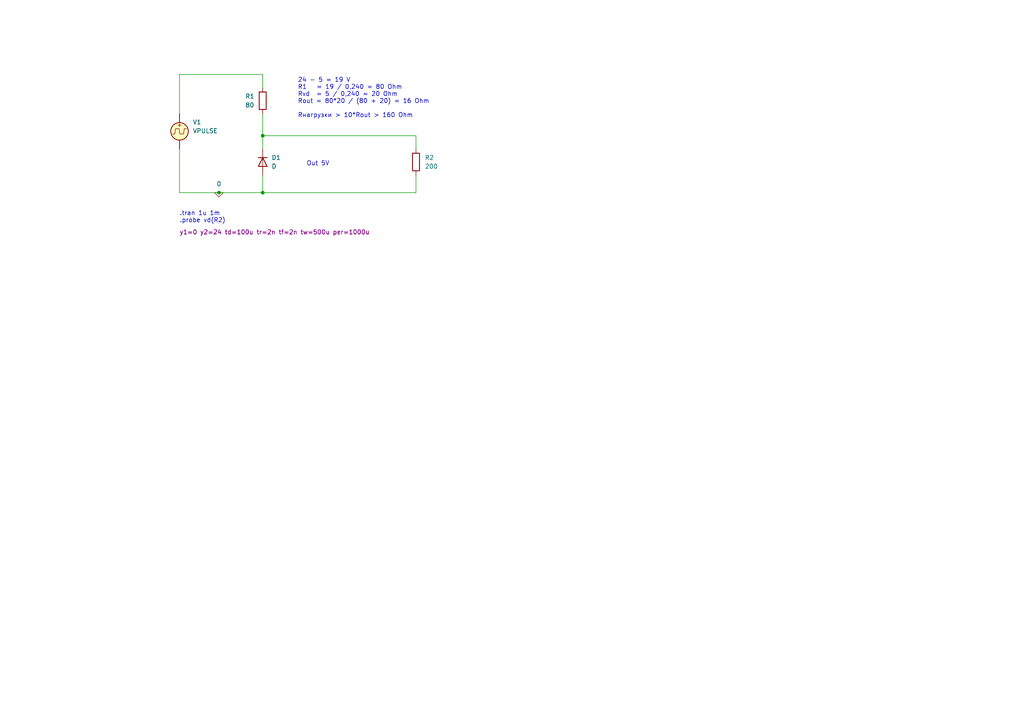
<source format=kicad_sch>
(kicad_sch (version 20230121) (generator eeschema)
  (paper "A4")
  (lib_symbols
    (symbol "Device:D" (pin_numbers hide) (pin_names (offset 1.016) hide)
      (property "Reference" "D" (at 0 2.54 0))
      (property "Value" "D" (at 0 -2.54 0))
      (symbol "D_0_1"
        (polyline (pts (xy -1.27 1.27) (xy -1.27 -1.27)) (stroke (width 0.254)))
        (polyline (pts (xy 1.27 0) (xy -1.27 0)))
        (polyline (pts (xy 1.27 1.27) (xy 1.27 -1.27) (xy -1.27 0) (xy 1.27 1.27)) (stroke (width 0.254)))
      )
      (symbol "D_1_1"
        (pin passive line (at -3.81 0 0) (length 2.54) (name "K") (number "1"))
        (pin passive line (at 3.81 0 180) (length 2.54) (name "A") (number "2"))
      )
    )
    (symbol "Device:R" (pin_numbers hide) (pin_names (offset 0))
      (property "Reference" "R" (at 2.032 0 90))
      (property "Value" "R" (at 0 0 90))
      (symbol "R_0_1"
        (rectangle (start -1.016 -2.54) (end 1.016 2.54) (stroke (width 0.254)))
      )
      (symbol "R_1_1"
        (pin passive line (at 0 3.81 270) (length 1.27) (name "~") (number "1"))
        (pin passive line (at 0 -3.81 90) (length 1.27) (name "~") (number "2"))
      )
    )
    (symbol "Simulation_SPICE:0" (power) (pin_names (offset 0))
      (property "Value" "0" (at 0 -1.778 0))
      (symbol "0_0_1"
        (polyline (pts (xy -1.27 0) (xy 0 -1.27) (xy 1.27 0) (xy -1.27 0)))
      )
      (symbol "0_1_1"
        (pin power_in line (at 0 0 0) (length 0) hide (name "0") (number "1"))
      )
    )
    (symbol "Simulation_SPICE:VPULSE" (pin_numbers hide) (pin_names (offset 0.0254))
      (property "Reference" "V" (at 2.54 2.54 0))
      (property "Value" "VPULSE" (at 2.54 0 0))
      (property "Sim.Params" "y1=0 y2=1 td=2n tr=2n tf=2n tw=50n per=100n" (at 2.54 -2.54 0))
      (symbol "VPULSE_0_0"
        (polyline (pts (xy -2.032 -0.762) (xy -1.397 -0.762) (xy -1.143 0.762) (xy -0.127 0.762) (xy 0.127 -0.762) (xy 1.143 -0.762) (xy 1.397 0.762) (xy 2.032 0.762)))
        (text "+" (at 0 1.905 0) (effects (font (size 1.27 1.27))))
      )
      (symbol "VPULSE_0_1"
        (circle (center 0 0) (radius 2.54) (stroke (width 0.254)) (fill (type background)))
      )
      (symbol "VPULSE_1_1"
        (pin passive line (at 0 5.08 270) (length 2.54) (name "~") (number "1"))
        (pin passive line (at 0 -5.08 90) (length 2.54) (name "~") (number "2"))
      )
    )
  )
  (junction (at 76.2 55.88))
  (junction (at 76.2 39.37))
  (junction (at 63.5 55.88))
  (wire (pts (xy 120.65 50.8) (xy 120.65 55.88)))
  (wire (pts (xy 76.2 39.37) (xy 76.2 43.18)))
  (wire (pts (xy 52.07 21.59) (xy 76.2 21.59)))
  (wire (pts (xy 52.07 43.18) (xy 52.07 55.88)))
  (wire (pts (xy 52.07 33.02) (xy 52.07 21.59)))
  (wire (pts (xy 63.5 55.88) (xy 76.2 55.88)))
  (wire (pts (xy 76.2 50.8) (xy 76.2 55.88)))
  (wire (pts (xy 76.2 21.59) (xy 76.2 25.4)))
  (wire (pts (xy 120.65 43.18) (xy 120.65 39.37)))
  (wire (pts (xy 120.65 55.88) (xy 76.2 55.88)))
  (wire (pts (xy 76.2 33.02) (xy 76.2 39.37)))
  (wire (pts (xy 120.65 39.37) (xy 76.2 39.37)))
  (wire (pts (xy 52.07 55.88) (xy 63.5 55.88)))
  (text "24 - 5 = 19 V\nR1   = 19 / 0,240 = 80 Ohm\nRvd  = 5 / 0,240 = 20 Ohm \nRout = 80*20 / (80 + 20) = 16 Ohm\n\nRнагрузки > 10*Rout > 160 Ohm" (at 86.36 34.29 0) (effects (font (size 1.27 1.27)) (justify left bottom)))
  (text ".tran 1u 1m\n.probe vd(R2)" (at 52.07 64.77 0) (effects (font (size 1.27 1.27)) (justify left bottom)))
  (text "Out 5V" (at 88.9 48.26 0) (effects (font (size 1.27 1.27)) (justify left bottom)))
  (symbol (lib_id "Device:R") (at 76.2 29.21 0) (unit 1)
    (property "Reference" "R1" (at 71.12 27.94 0) (effects (justify left)))
    (property "Value" "80" (at 71.12 30.48 0) (effects (justify left)))
  )
  (symbol (lib_id "Device:R") (at 120.65 46.99 0) (unit 1)
    (property "Reference" "R2" (at 123.19 45.72 0) (effects (justify left)))
    (property "Value" "200" (at 123.19 48.26 0) (effects (justify left)))
  )
  (symbol (lib_id "Device:D") (at 76.2 46.99 270) (unit 1)
    (property "Reference" "D1" (at 78.74 45.72 90) (effects (justify left)))
    (property "Value" "D" (at 78.74 48.26 90) (effects (justify left)))
    (property "Sim.Device" "D" (effects hide))
    (property "Sim.Pins" "1=K 2=A" (effects hide))
    (property "Sim.Params" "bv=5 ibv=0.001" (effects hide))
  )
  (symbol (lib_id "Simulation_SPICE:VPULSE") (at 52.07 38.1 0) (unit 1)
    (property "Reference" "V1" (at 55.88 35.4302 0) (effects (justify left)))
    (property "Value" "VPULSE" (at 55.88 37.9702 0) (effects (justify left)))
    (property "Sim.Pins" "1=+ 2=-" (effects hide))
    (property "Sim.Type" "PULSE" (effects hide))
    (property "Sim.Device" "V" (effects hide))
    (property "Sim.Params" "y1=0 y2=24 td=100u tr=2n tf=2n tw=500u per=1000u" (at 52.07 67.31 0) (effects (justify left)))
  )
  (symbol (lib_id "Simulation_SPICE:0") (at 63.5 55.88 0) (unit 1)
    (property "Reference" "#GND01" (effects hide))
    (property "Value" "0" (at 63.5 53.34 0))
  )
)
</source>
